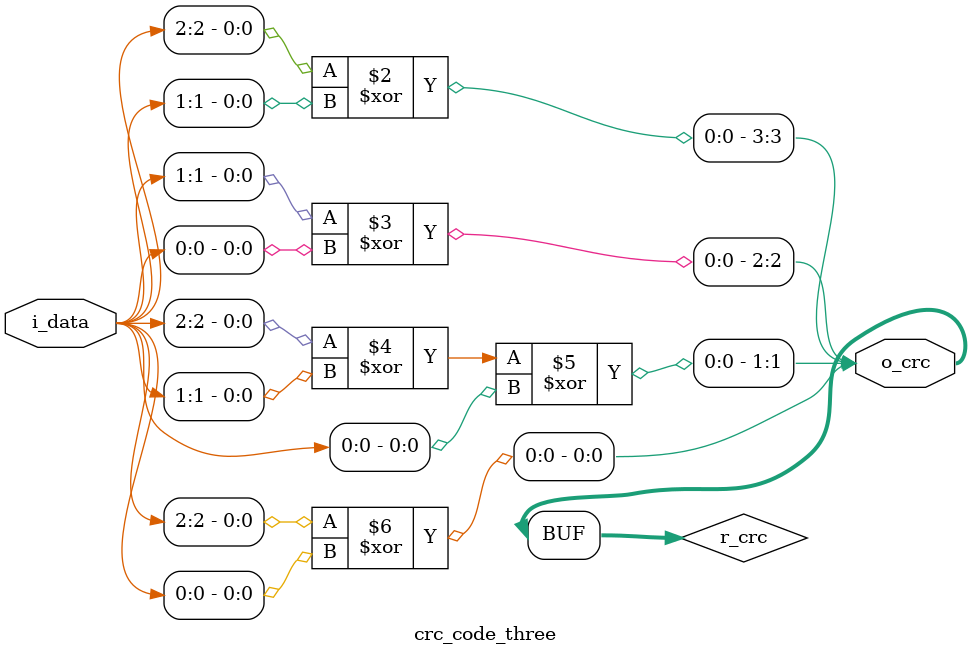
<source format=v>
`timescale 1ns/1ns

module crc_code_three
    (
        input [2 : 0] i_data,
        output [3 : 0] o_crc
    );
    
    reg [3 : 0] r_crc;
    
    assign o_crc = r_crc;
    
    always @(*) 
    begin
        r_crc[3] = i_data[2] ^ i_data[1];
        r_crc[2] = i_data[1] ^ i_data[0];
        r_crc[1] = i_data[2] ^ i_data[1] ^ i_data[0];
        r_crc[0] = i_data[2] ^ i_data[0];
	end
	    
endmodule
// END OF crc_code_three.v FILE ***************************************************




</source>
